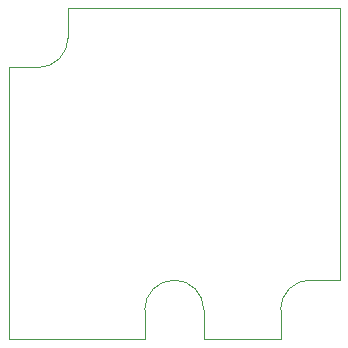
<source format=gbr>
G04 #@! TF.FileFunction,Profile,NP*
%FSLAX46Y46*%
G04 Gerber Fmt 4.6, Leading zero omitted, Abs format (unit mm)*
G04 Created by KiCad (PCBNEW 4.0.7-e2-6376~61~ubuntu18.04.1) date Sat Feb  2 14:08:29 2019*
%MOMM*%
%LPD*%
G01*
G04 APERTURE LIST*
%ADD10C,0.100000*%
G04 APERTURE END LIST*
D10*
X116500000Y-125500000D02*
X116500000Y-128000000D01*
X111500000Y-125500000D02*
X111500000Y-128000000D01*
X114000000Y-123000000D02*
G75*
G03X111500000Y-125500000I0J-2500000D01*
G01*
X116500000Y-125500000D02*
G75*
G03X114000000Y-123000000I-2500000J0D01*
G01*
X100000000Y-128000000D02*
X111500000Y-128000000D01*
X105000000Y-100000000D02*
X128000000Y-100000000D01*
X128000000Y-123000000D02*
X128000000Y-100000000D01*
X116500000Y-128000000D02*
X123000000Y-128000000D01*
X100000000Y-128000000D02*
X100000000Y-105000000D01*
X100000000Y-105000000D02*
X102500000Y-105000000D01*
X105000000Y-102500000D02*
X105000000Y-100000000D01*
X105000000Y-102500000D02*
G75*
G02X102500000Y-105000000I-2500000J0D01*
G01*
X123000000Y-125500000D02*
G75*
G02X125500000Y-123000000I2500000J0D01*
G01*
X123000000Y-125500000D02*
X123000000Y-128000000D01*
X125500000Y-123000000D02*
X128000000Y-123000000D01*
M02*

</source>
